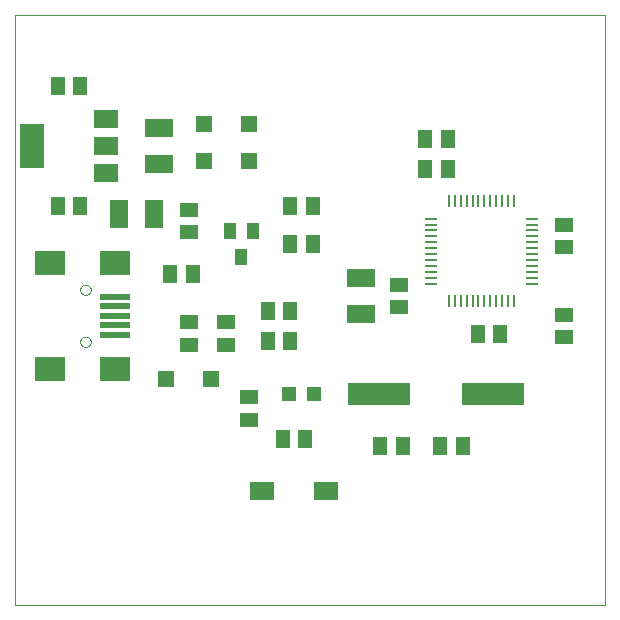
<source format=gtp>
G75*
G70*
%OFA0B0*%
%FSLAX24Y24*%
%IPPOS*%
%LPD*%
%AMOC8*
5,1,8,0,0,1.08239X$1,22.5*
%
%ADD10C,0.0000*%
%ADD11R,0.0079X0.0394*%
%ADD12R,0.0394X0.0079*%
%ADD13R,0.0790X0.0590*%
%ADD14R,0.0790X0.1500*%
%ADD15R,0.0984X0.0197*%
%ADD16R,0.0984X0.0787*%
%ADD17R,0.0394X0.0551*%
%ADD18R,0.0551X0.0551*%
%ADD19R,0.2100X0.0760*%
%ADD20R,0.0512X0.0591*%
%ADD21R,0.0945X0.0630*%
%ADD22R,0.0591X0.0512*%
%ADD23R,0.0630X0.0945*%
%ADD24R,0.0472X0.0472*%
%ADD25R,0.0787X0.0630*%
D10*
X000500Y000107D02*
X000500Y019792D01*
X020185Y019792D01*
X020185Y000107D01*
X000500Y000107D01*
X002681Y008886D02*
X002683Y008912D01*
X002689Y008938D01*
X002699Y008963D01*
X002712Y008986D01*
X002728Y009006D01*
X002748Y009024D01*
X002770Y009039D01*
X002793Y009051D01*
X002819Y009059D01*
X002845Y009063D01*
X002871Y009063D01*
X002897Y009059D01*
X002923Y009051D01*
X002947Y009039D01*
X002968Y009024D01*
X002988Y009006D01*
X003004Y008986D01*
X003017Y008963D01*
X003027Y008938D01*
X003033Y008912D01*
X003035Y008886D01*
X003033Y008860D01*
X003027Y008834D01*
X003017Y008809D01*
X003004Y008786D01*
X002988Y008766D01*
X002968Y008748D01*
X002946Y008733D01*
X002923Y008721D01*
X002897Y008713D01*
X002871Y008709D01*
X002845Y008709D01*
X002819Y008713D01*
X002793Y008721D01*
X002769Y008733D01*
X002748Y008748D01*
X002728Y008766D01*
X002712Y008786D01*
X002699Y008809D01*
X002689Y008834D01*
X002683Y008860D01*
X002681Y008886D01*
X002681Y010619D02*
X002683Y010645D01*
X002689Y010671D01*
X002699Y010696D01*
X002712Y010719D01*
X002728Y010739D01*
X002748Y010757D01*
X002770Y010772D01*
X002793Y010784D01*
X002819Y010792D01*
X002845Y010796D01*
X002871Y010796D01*
X002897Y010792D01*
X002923Y010784D01*
X002947Y010772D01*
X002968Y010757D01*
X002988Y010739D01*
X003004Y010719D01*
X003017Y010696D01*
X003027Y010671D01*
X003033Y010645D01*
X003035Y010619D01*
X003033Y010593D01*
X003027Y010567D01*
X003017Y010542D01*
X003004Y010519D01*
X002988Y010499D01*
X002968Y010481D01*
X002946Y010466D01*
X002923Y010454D01*
X002897Y010446D01*
X002871Y010442D01*
X002845Y010442D01*
X002819Y010446D01*
X002793Y010454D01*
X002769Y010466D01*
X002748Y010481D01*
X002728Y010499D01*
X002712Y010519D01*
X002699Y010542D01*
X002689Y010567D01*
X002683Y010593D01*
X002681Y010619D01*
D11*
X014970Y010237D03*
X015167Y010237D03*
X015364Y010237D03*
X015561Y010237D03*
X015758Y010237D03*
X015955Y010237D03*
X016152Y010237D03*
X016348Y010237D03*
X016545Y010237D03*
X016742Y010237D03*
X016939Y010237D03*
X017136Y010237D03*
X017136Y013583D03*
X016939Y013583D03*
X016742Y013583D03*
X016545Y013583D03*
X016348Y013583D03*
X016152Y013583D03*
X015955Y013583D03*
X015758Y013583D03*
X015561Y013583D03*
X015364Y013583D03*
X015167Y013583D03*
X014970Y013583D03*
D12*
X014380Y012993D03*
X014380Y012796D03*
X014380Y012599D03*
X014380Y012402D03*
X014380Y012205D03*
X014380Y012008D03*
X014380Y011812D03*
X014380Y011615D03*
X014380Y011418D03*
X014380Y011221D03*
X014380Y011024D03*
X014380Y010827D03*
X017726Y010827D03*
X017726Y011024D03*
X017726Y011221D03*
X017726Y011418D03*
X017726Y011615D03*
X017726Y011812D03*
X017726Y012008D03*
X017726Y012205D03*
X017726Y012402D03*
X017726Y012599D03*
X017726Y012796D03*
X017726Y012993D03*
D13*
X003543Y014520D03*
X003543Y015420D03*
X003543Y016320D03*
D14*
X001063Y015410D03*
D15*
X003843Y010382D03*
X003843Y010067D03*
X003843Y009753D03*
X003843Y009438D03*
X003843Y009123D03*
D16*
X003843Y007981D03*
X001677Y007981D03*
X001677Y011524D03*
X003843Y011524D03*
D17*
X007679Y012593D03*
X008427Y012593D03*
X008053Y011727D03*
D18*
X008301Y014910D03*
X008301Y016160D03*
X006805Y016160D03*
X006805Y014910D03*
X007051Y007660D03*
X005555Y007660D03*
D19*
X012653Y007160D03*
X016453Y007160D03*
D20*
X015427Y005410D03*
X014679Y005410D03*
X013427Y005410D03*
X012679Y005410D03*
X010177Y005660D03*
X009429Y005660D03*
X009677Y008910D03*
X008929Y008910D03*
X008929Y009910D03*
X009677Y009910D03*
X009679Y012160D03*
X010427Y012160D03*
X010427Y013410D03*
X009679Y013410D03*
X006427Y011160D03*
X005679Y011160D03*
X002677Y013410D03*
X001929Y013410D03*
X001929Y017410D03*
X002677Y017410D03*
X014179Y015660D03*
X014927Y015660D03*
X014927Y014660D03*
X014179Y014660D03*
X015929Y009160D03*
X016677Y009160D03*
D21*
X012053Y009819D03*
X012053Y011001D03*
X005303Y014819D03*
X005303Y016001D03*
D22*
X006303Y013284D03*
X006303Y012536D03*
X006303Y009534D03*
X006303Y008786D03*
X007553Y008786D03*
X007553Y009534D03*
X008303Y007034D03*
X008303Y006286D03*
X013303Y010036D03*
X013303Y010784D03*
X018803Y009784D03*
X018803Y009036D03*
X018803Y012036D03*
X018803Y012784D03*
D23*
X005144Y013160D03*
X003963Y013160D03*
D24*
X009640Y007160D03*
X010467Y007160D03*
D25*
X010866Y003910D03*
X008740Y003910D03*
M02*

</source>
